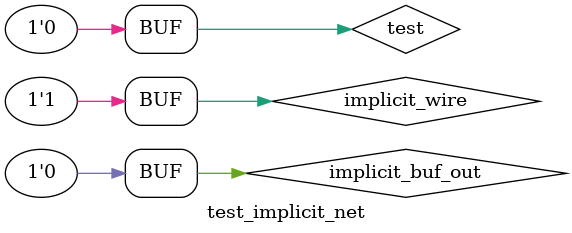
<source format=v>

module test_implicit_net;
  // implicit_wire is not declared but used in assign
  assign implicit_wire = 1'b1;

  // Used in module instantiation
  buf b1(implicit_buf_out, 1'b0);

  reg test;
  initial begin
    test = implicit_wire & implicit_buf_out;
  end
endmodule

</source>
